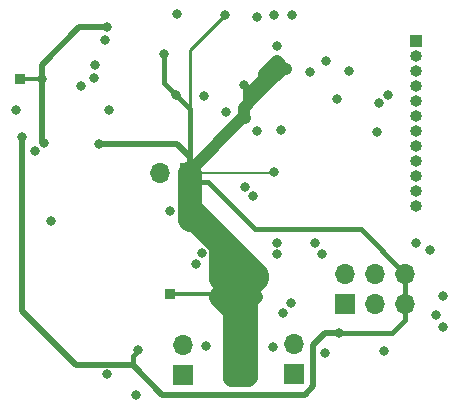
<source format=gbr>
%TF.GenerationSoftware,KiCad,Pcbnew,(5.1.6)-1*%
%TF.CreationDate,2021-06-21T18:56:36+02:00*%
%TF.ProjectId,DotBot,446f7442-6f74-42e6-9b69-6361645f7063,rev?*%
%TF.SameCoordinates,Original*%
%TF.FileFunction,Copper,L2,Inr*%
%TF.FilePolarity,Positive*%
%FSLAX46Y46*%
G04 Gerber Fmt 4.6, Leading zero omitted, Abs format (unit mm)*
G04 Created by KiCad (PCBNEW (5.1.6)-1) date 2021-06-21 18:56:36*
%MOMM*%
%LPD*%
G01*
G04 APERTURE LIST*
%TA.AperFunction,ViaPad*%
%ADD10O,1.000000X1.000000*%
%TD*%
%TA.AperFunction,ViaPad*%
%ADD11R,1.000000X1.000000*%
%TD*%
%TA.AperFunction,ViaPad*%
%ADD12O,1.700000X1.700000*%
%TD*%
%TA.AperFunction,ViaPad*%
%ADD13R,1.700000X1.700000*%
%TD*%
%TA.AperFunction,ViaPad*%
%ADD14R,0.850000X0.850000*%
%TD*%
%TA.AperFunction,ViaPad*%
%ADD15C,0.500000*%
%TD*%
%TA.AperFunction,ViaPad*%
%ADD16C,0.800000*%
%TD*%
%TA.AperFunction,Conductor*%
%ADD17C,1.000000*%
%TD*%
%TA.AperFunction,Conductor*%
%ADD18C,0.500000*%
%TD*%
%TA.AperFunction,Conductor*%
%ADD19C,2.000000*%
%TD*%
%TA.AperFunction,Conductor*%
%ADD20C,0.300000*%
%TD*%
%TA.AperFunction,Conductor*%
%ADD21C,0.200000*%
%TD*%
%TA.AperFunction,Conductor*%
%ADD22C,0.400000*%
%TD*%
%TA.AperFunction,Conductor*%
%ADD23C,0.250000*%
%TD*%
G04 APERTURE END LIST*
D10*
%TO.N,P1_09*%
%TO.C,J5*%
X110500000Y-65070000D03*
%TO.N,P0_28*%
X110500000Y-63800000D03*
%TO.N,P0_02*%
X110500000Y-62530000D03*
%TO.N,P0_11*%
X110500000Y-61260000D03*
%TO.N,P0_15*%
X110500000Y-59990000D03*
%TO.N,P0_17*%
X110500000Y-58720000D03*
%TO.N,P0_04*%
X110500000Y-57450000D03*
%TO.N,P0_03*%
X110500000Y-56180000D03*
%TO.N,P0_05*%
X110500000Y-54910000D03*
%TO.N,P0_20*%
X110500000Y-53640000D03*
%TO.N,P0_29*%
X110500000Y-52370000D03*
D11*
%TO.N,P0_30*%
X110500000Y-51100000D03*
%TD*%
D12*
%TO.N,GND*%
%TO.C,J6*%
X109580000Y-70760000D03*
X109580000Y-73300000D03*
%TO.N,VDD*%
X107040000Y-70760000D03*
%TO.N,P0_09*%
X107040000Y-73300000D03*
%TO.N,P0_10*%
X104500000Y-70760000D03*
D13*
%TO.N,P0_31*%
X104500000Y-73300000D03*
%TD*%
D12*
%TO.N,Net-(J2-Pad2)*%
%TO.C,J2*%
X100200000Y-76760000D03*
D13*
%TO.N,Net-(J2-Pad1)*%
X100200000Y-79300000D03*
%TD*%
D14*
%TO.N,GND*%
%TO.C,TP3*%
X77000000Y-54300000D03*
%TD*%
%TO.N,GND*%
%TO.C,TP1*%
X89700000Y-72500000D03*
%TD*%
D12*
%TO.N,Net-(J4-Pad2)*%
%TO.C,J4*%
X88822000Y-62226000D03*
D13*
%TO.N,GND*%
X91362000Y-62226000D03*
%TD*%
D12*
%TO.N,Net-(J1-Pad2)*%
%TO.C,J1*%
X90750000Y-76810000D03*
D13*
%TO.N,Net-(J1-Pad1)*%
X90750000Y-79350000D03*
%TD*%
D15*
%TO.N,GND*%
%TO.C,U3*%
X94000000Y-72750000D03*
X94000000Y-71250000D03*
X95500000Y-72750000D03*
X95500000Y-71250000D03*
X97000000Y-72750000D03*
X97000000Y-71250000D03*
%TD*%
D16*
%TO.N,GND*%
X84300000Y-49900000D03*
X104000000Y-75800000D03*
X98700000Y-52800000D03*
X99500000Y-53400000D03*
X91362000Y-66262000D03*
X94625000Y-79675000D03*
X96575000Y-79625000D03*
X95299986Y-79099986D03*
X95825000Y-77975000D03*
X95650000Y-79875000D03*
X95974979Y-54800000D03*
X98450000Y-62125000D03*
X77100000Y-59200000D03*
X89200000Y-52200000D03*
X90200000Y-55600000D03*
X83666109Y-59766109D03*
X94300000Y-48900000D03*
X78800000Y-54300000D03*
X86999992Y-77200000D03*
X79000000Y-59700002D03*
%TO.N,+3V3*%
X82100000Y-54900000D03*
X76600000Y-56900000D03*
X102800000Y-77500000D03*
X84362357Y-79250010D03*
X90300000Y-48800000D03*
X84200000Y-51000000D03*
%TO.N,+6V*%
X78200000Y-60400000D03*
X89700000Y-65500000D03*
X84500000Y-56900000D03*
%TO.N,VDD*%
X97000000Y-49000000D03*
X103825000Y-55950000D03*
X99100000Y-58600000D03*
X92525728Y-55725728D03*
%TO.N,P0_30*%
X100000000Y-48900000D03*
X83280331Y-53100000D03*
%TO.N,P0_29*%
X98500000Y-48900000D03*
X83200000Y-54200000D03*
%TO.N,P0_02*%
X91900000Y-69950000D03*
X96011833Y-63419958D03*
%TO.N,P0_05*%
X101500000Y-53700000D03*
X98375000Y-76950000D03*
X99925000Y-73275000D03*
%TO.N,P0_04*%
X92700000Y-76875000D03*
X97000000Y-58700000D03*
X99200000Y-74100000D03*
%TO.N,P0_03*%
X94400000Y-57100000D03*
%TO.N,P0_17*%
X86800000Y-81000000D03*
X102874537Y-52720132D03*
X107400000Y-56300000D03*
X107200000Y-58800000D03*
X107800000Y-77300000D03*
%TO.N,P0_15*%
X104813516Y-53625904D03*
X108100000Y-55600000D03*
%TO.N,P0_10*%
X112800001Y-72699999D03*
%TO.N,P1_09*%
X98700000Y-68175000D03*
X101950000Y-68175000D03*
X110475000Y-68175000D03*
%TO.N,P0_11*%
X98750000Y-69125000D03*
X102550000Y-69125000D03*
X111700000Y-68800000D03*
%TO.N,P0_31*%
X112800000Y-75300000D03*
%TO.N,P0_28*%
X92386772Y-69011772D03*
X96700000Y-64199994D03*
%TO.N,P0_20*%
X98700000Y-51500000D03*
X79600000Y-66300000D03*
%TO.N,P0_09*%
X112200000Y-74300000D03*
%TD*%
D17*
%TO.N,GND*%
X99500000Y-53400000D02*
X99244000Y-53400000D01*
X99300000Y-53400000D02*
X98700000Y-52800000D01*
X99500000Y-53400000D02*
X99300000Y-53400000D01*
D18*
X82000000Y-49900000D02*
X84300000Y-49900000D01*
X78800000Y-53100000D02*
X82000000Y-49900000D01*
X78800000Y-54200000D02*
X78800000Y-53100000D01*
D19*
X91857002Y-66262000D02*
X91362000Y-66262000D01*
X94000000Y-68404998D02*
X91857002Y-66262000D01*
X94000000Y-71250000D02*
X94000000Y-68404998D01*
X95500000Y-69904998D02*
X91857002Y-66262000D01*
X95500000Y-71250000D02*
X95500000Y-69904998D01*
X97000000Y-70851000D02*
X91362000Y-65213000D01*
X97000000Y-71250000D02*
X97000000Y-70851000D01*
X91362000Y-65213000D02*
X91362000Y-62226000D01*
X91362000Y-66262000D02*
X91362000Y-65213000D01*
X95299986Y-74049986D02*
X94000000Y-72750000D01*
X95299986Y-79099986D02*
X95299986Y-74049986D01*
X95825000Y-72425000D02*
X97000000Y-71250000D01*
X95825000Y-77975000D02*
X95825000Y-72425000D01*
D17*
X96575000Y-73825000D02*
X94000000Y-71250000D01*
X96575000Y-79625000D02*
X96575000Y-73825000D01*
X96325000Y-79875000D02*
X96575000Y-79625000D01*
X95650000Y-79875000D02*
X96325000Y-79875000D01*
X94825000Y-79875000D02*
X94625000Y-79675000D01*
X95650000Y-79875000D02*
X94825000Y-79875000D01*
X94625000Y-73375000D02*
X94000000Y-72750000D01*
X94625000Y-79675000D02*
X94625000Y-73375000D01*
X96575000Y-73175000D02*
X97000000Y-72750000D01*
X96575000Y-79625000D02*
X96575000Y-73175000D01*
D20*
X95994000Y-57594000D02*
X95994000Y-54819021D01*
X95994000Y-54819021D02*
X95974979Y-54800000D01*
D21*
X91362000Y-62226000D02*
X98349000Y-62226000D01*
X98349000Y-62226000D02*
X98450000Y-62125000D01*
D18*
X89000000Y-81000000D02*
X86500000Y-78500000D01*
X101800000Y-80300000D02*
X101100000Y-81000000D01*
X101100000Y-81000000D02*
X89000000Y-81000000D01*
X101800000Y-76800000D02*
X101800000Y-80300000D01*
X104000000Y-75800000D02*
X102800000Y-75800000D01*
D20*
X93750001Y-72500001D02*
X94000000Y-72750000D01*
X89700000Y-72500000D02*
X93750001Y-72500001D01*
D17*
X97922000Y-54722000D02*
X96722000Y-55922000D01*
X99244000Y-53400000D02*
X97922000Y-54722000D01*
X91362000Y-62038000D02*
X91362000Y-62226000D01*
X95806000Y-57594000D02*
X91362000Y-62038000D01*
X95994000Y-57594000D02*
X95806000Y-57594000D01*
X95900000Y-56744000D02*
X95900000Y-57594000D01*
X96722000Y-55922000D02*
X95900000Y-56744000D01*
X96722000Y-55822000D02*
X96722000Y-55922000D01*
X96400000Y-55500000D02*
X96722000Y-55822000D01*
X97600000Y-54300000D02*
X96400000Y-55500000D01*
X97600000Y-53900000D02*
X97600000Y-54300000D01*
X98700000Y-52800000D02*
X97600000Y-53900000D01*
D18*
X102350000Y-76250000D02*
X101800000Y-76800000D01*
X102800000Y-75800000D02*
X102350000Y-76250000D01*
D22*
X109580000Y-73300000D02*
X109580000Y-70760000D01*
X92900000Y-63000000D02*
X92136000Y-63000000D01*
X92136000Y-63000000D02*
X91362000Y-62226000D01*
X96900000Y-67000000D02*
X92900000Y-63000000D01*
X105820000Y-67000000D02*
X96900000Y-67000000D01*
X109580000Y-70760000D02*
X105820000Y-67000000D01*
X104000000Y-75800000D02*
X108500000Y-75800000D01*
X109580000Y-74720000D02*
X109580000Y-73300000D01*
X108500000Y-75800000D02*
X109580000Y-74720000D01*
X89200000Y-54600000D02*
X90200000Y-55600000D01*
X89200000Y-52200000D02*
X89200000Y-54600000D01*
X90200000Y-55600000D02*
X91400000Y-56800000D01*
X91400000Y-62188000D02*
X91362000Y-62226000D01*
X91400000Y-56800000D02*
X91400000Y-62188000D01*
D18*
X90252109Y-59766109D02*
X83666109Y-59766109D01*
X91362000Y-62226000D02*
X91362000Y-60876000D01*
X91362000Y-60876000D02*
X90252109Y-59766109D01*
D23*
X91400000Y-51800000D02*
X91400000Y-56800000D01*
X94300000Y-48900000D02*
X91400000Y-51800000D01*
D18*
X77100000Y-59765685D02*
X77100000Y-59200000D01*
X77100000Y-73900000D02*
X77100000Y-59765685D01*
X86500000Y-78500000D02*
X81700000Y-78500000D01*
X81700000Y-78500000D02*
X77100000Y-73900000D01*
D20*
X77000000Y-54300000D02*
X78800000Y-54300000D01*
D18*
X78800000Y-54300000D02*
X78800000Y-54200000D01*
D22*
X86500000Y-78500000D02*
X86500000Y-77699992D01*
X86500000Y-77699992D02*
X86999992Y-77200000D01*
D18*
X78800000Y-54200000D02*
X78800000Y-59500002D01*
X78800000Y-59500002D02*
X79000000Y-59700002D01*
%TD*%
M02*

</source>
